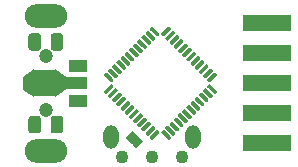
<source format=gbr>
%TF.GenerationSoftware,KiCad,Pcbnew,(5.1.6)-1*%
%TF.CreationDate,2020-09-29T18:05:28+08:00*%
%TF.ProjectId,stlink,73746c69-6e6b-42e6-9b69-6361645f7063,rev?*%
%TF.SameCoordinates,Original*%
%TF.FileFunction,Soldermask,Bot*%
%TF.FilePolarity,Negative*%
%FSLAX46Y46*%
G04 Gerber Fmt 4.6, Leading zero omitted, Abs format (unit mm)*
G04 Created by KiCad (PCBNEW (5.1.6)-1) date 2020-09-29 18:05:28*
%MOMM*%
%LPD*%
G01*
G04 APERTURE LIST*
%ADD10C,1.100000*%
%ADD11O,1.300000X2.000000*%
%ADD12C,0.100000*%
%ADD13R,1.940000X2.300000*%
%ADD14R,1.600000X1.100000*%
%ADD15R,1.900000X1.100000*%
%ADD16R,4.100000X1.370000*%
%ADD17C,1.200000*%
%ADD18O,3.600000X2.000000*%
G04 APERTURE END LIST*
D10*
%TO.C,J4*%
X13540000Y-13100000D03*
X11000000Y-13100000D03*
X8460000Y-13100000D03*
%TD*%
D11*
%TO.C,J1*%
X14500000Y-11437500D03*
X7500000Y-11437500D03*
%TD*%
%TO.C,U1*%
G36*
G01*
X6918191Y-7545235D02*
X7483876Y-6979549D01*
G75*
G02*
X7607620Y-6979549I61872J-61872D01*
G01*
X7731364Y-7103293D01*
G75*
G02*
X7731364Y-7227037I-61872J-61872D01*
G01*
X7165678Y-7792723D01*
G75*
G02*
X7041934Y-7792723I-61872J61872D01*
G01*
X6918190Y-7668979D01*
G75*
G02*
X6918190Y-7545235I61872J61872D01*
G01*
G37*
G36*
G01*
X7271744Y-7898788D02*
X7837429Y-7333102D01*
G75*
G02*
X7961173Y-7333102I61872J-61872D01*
G01*
X8084917Y-7456846D01*
G75*
G02*
X8084917Y-7580590I-61872J-61872D01*
G01*
X7519231Y-8146276D01*
G75*
G02*
X7395487Y-8146276I-61872J61872D01*
G01*
X7271743Y-8022532D01*
G75*
G02*
X7271743Y-7898788I61872J61872D01*
G01*
G37*
G36*
G01*
X7625298Y-8252342D02*
X8190983Y-7686656D01*
G75*
G02*
X8314727Y-7686656I61872J-61872D01*
G01*
X8438471Y-7810400D01*
G75*
G02*
X8438471Y-7934144I-61872J-61872D01*
G01*
X7872785Y-8499830D01*
G75*
G02*
X7749041Y-8499830I-61872J61872D01*
G01*
X7625297Y-8376086D01*
G75*
G02*
X7625297Y-8252342I61872J61872D01*
G01*
G37*
G36*
G01*
X7978851Y-8605895D02*
X8544536Y-8040209D01*
G75*
G02*
X8668280Y-8040209I61872J-61872D01*
G01*
X8792024Y-8163953D01*
G75*
G02*
X8792024Y-8287697I-61872J-61872D01*
G01*
X8226338Y-8853383D01*
G75*
G02*
X8102594Y-8853383I-61872J61872D01*
G01*
X7978850Y-8729639D01*
G75*
G02*
X7978850Y-8605895I61872J61872D01*
G01*
G37*
G36*
G01*
X8332404Y-8959448D02*
X8898089Y-8393762D01*
G75*
G02*
X9021833Y-8393762I61872J-61872D01*
G01*
X9145577Y-8517506D01*
G75*
G02*
X9145577Y-8641250I-61872J-61872D01*
G01*
X8579891Y-9206936D01*
G75*
G02*
X8456147Y-9206936I-61872J61872D01*
G01*
X8332403Y-9083192D01*
G75*
G02*
X8332403Y-8959448I61872J61872D01*
G01*
G37*
G36*
G01*
X8685958Y-9313002D02*
X9251643Y-8747316D01*
G75*
G02*
X9375387Y-8747316I61872J-61872D01*
G01*
X9499131Y-8871060D01*
G75*
G02*
X9499131Y-8994804I-61872J-61872D01*
G01*
X8933445Y-9560490D01*
G75*
G02*
X8809701Y-9560490I-61872J61872D01*
G01*
X8685957Y-9436746D01*
G75*
G02*
X8685957Y-9313002I61872J61872D01*
G01*
G37*
G36*
G01*
X9039511Y-9666555D02*
X9605196Y-9100869D01*
G75*
G02*
X9728940Y-9100869I61872J-61872D01*
G01*
X9852684Y-9224613D01*
G75*
G02*
X9852684Y-9348357I-61872J-61872D01*
G01*
X9286998Y-9914043D01*
G75*
G02*
X9163254Y-9914043I-61872J61872D01*
G01*
X9039510Y-9790299D01*
G75*
G02*
X9039510Y-9666555I61872J61872D01*
G01*
G37*
G36*
G01*
X9393065Y-10020109D02*
X9958750Y-9454423D01*
G75*
G02*
X10082494Y-9454423I61872J-61872D01*
G01*
X10206238Y-9578167D01*
G75*
G02*
X10206238Y-9701911I-61872J-61872D01*
G01*
X9640552Y-10267597D01*
G75*
G02*
X9516808Y-10267597I-61872J61872D01*
G01*
X9393064Y-10143853D01*
G75*
G02*
X9393064Y-10020109I61872J61872D01*
G01*
G37*
G36*
G01*
X9746618Y-10373662D02*
X10312303Y-9807976D01*
G75*
G02*
X10436047Y-9807976I61872J-61872D01*
G01*
X10559791Y-9931720D01*
G75*
G02*
X10559791Y-10055464I-61872J-61872D01*
G01*
X9994105Y-10621150D01*
G75*
G02*
X9870361Y-10621150I-61872J61872D01*
G01*
X9746617Y-10497406D01*
G75*
G02*
X9746617Y-10373662I61872J61872D01*
G01*
G37*
G36*
G01*
X10100171Y-10727215D02*
X10665856Y-10161529D01*
G75*
G02*
X10789600Y-10161529I61872J-61872D01*
G01*
X10913344Y-10285273D01*
G75*
G02*
X10913344Y-10409017I-61872J-61872D01*
G01*
X10347658Y-10974703D01*
G75*
G02*
X10223914Y-10974703I-61872J61872D01*
G01*
X10100170Y-10850959D01*
G75*
G02*
X10100170Y-10727215I61872J61872D01*
G01*
G37*
G36*
G01*
X10453725Y-11080769D02*
X11019410Y-10515083D01*
G75*
G02*
X11143154Y-10515083I61872J-61872D01*
G01*
X11266898Y-10638827D01*
G75*
G02*
X11266898Y-10762571I-61872J-61872D01*
G01*
X10701212Y-11328257D01*
G75*
G02*
X10577468Y-11328257I-61872J61872D01*
G01*
X10453724Y-11204513D01*
G75*
G02*
X10453724Y-11080769I61872J61872D01*
G01*
G37*
G36*
G01*
X10807278Y-11434322D02*
X11372963Y-10868636D01*
G75*
G02*
X11496707Y-10868636I61872J-61872D01*
G01*
X11620451Y-10992380D01*
G75*
G02*
X11620451Y-11116124I-61872J-61872D01*
G01*
X11054765Y-11681810D01*
G75*
G02*
X10931021Y-11681810I-61872J61872D01*
G01*
X10807277Y-11558066D01*
G75*
G02*
X10807277Y-11434322I61872J61872D01*
G01*
G37*
G36*
G01*
X11779550Y-10992380D02*
X11903293Y-10868636D01*
G75*
G02*
X12027037Y-10868636I61872J-61872D01*
G01*
X12592723Y-11434322D01*
G75*
G02*
X12592723Y-11558066I-61872J-61872D01*
G01*
X12468979Y-11681810D01*
G75*
G02*
X12345235Y-11681810I-61872J61872D01*
G01*
X11779549Y-11116124D01*
G75*
G02*
X11779549Y-10992380I61872J61872D01*
G01*
G37*
G36*
G01*
X12133103Y-10638827D02*
X12256846Y-10515083D01*
G75*
G02*
X12380590Y-10515083I61872J-61872D01*
G01*
X12946276Y-11080769D01*
G75*
G02*
X12946276Y-11204513I-61872J-61872D01*
G01*
X12822532Y-11328257D01*
G75*
G02*
X12698788Y-11328257I-61872J61872D01*
G01*
X12133102Y-10762571D01*
G75*
G02*
X12133102Y-10638827I61872J61872D01*
G01*
G37*
G36*
G01*
X12486657Y-10285273D02*
X12610400Y-10161529D01*
G75*
G02*
X12734144Y-10161529I61872J-61872D01*
G01*
X13299830Y-10727215D01*
G75*
G02*
X13299830Y-10850959I-61872J-61872D01*
G01*
X13176086Y-10974703D01*
G75*
G02*
X13052342Y-10974703I-61872J61872D01*
G01*
X12486656Y-10409017D01*
G75*
G02*
X12486656Y-10285273I61872J61872D01*
G01*
G37*
G36*
G01*
X12840210Y-9931720D02*
X12963953Y-9807976D01*
G75*
G02*
X13087697Y-9807976I61872J-61872D01*
G01*
X13653383Y-10373662D01*
G75*
G02*
X13653383Y-10497406I-61872J-61872D01*
G01*
X13529639Y-10621150D01*
G75*
G02*
X13405895Y-10621150I-61872J61872D01*
G01*
X12840209Y-10055464D01*
G75*
G02*
X12840209Y-9931720I61872J61872D01*
G01*
G37*
G36*
G01*
X13193763Y-9578167D02*
X13317506Y-9454423D01*
G75*
G02*
X13441250Y-9454423I61872J-61872D01*
G01*
X14006936Y-10020109D01*
G75*
G02*
X14006936Y-10143853I-61872J-61872D01*
G01*
X13883192Y-10267597D01*
G75*
G02*
X13759448Y-10267597I-61872J61872D01*
G01*
X13193762Y-9701911D01*
G75*
G02*
X13193762Y-9578167I61872J61872D01*
G01*
G37*
G36*
G01*
X13547317Y-9224613D02*
X13671060Y-9100869D01*
G75*
G02*
X13794804Y-9100869I61872J-61872D01*
G01*
X14360490Y-9666555D01*
G75*
G02*
X14360490Y-9790299I-61872J-61872D01*
G01*
X14236746Y-9914043D01*
G75*
G02*
X14113002Y-9914043I-61872J61872D01*
G01*
X13547316Y-9348357D01*
G75*
G02*
X13547316Y-9224613I61872J61872D01*
G01*
G37*
G36*
G01*
X13900870Y-8871060D02*
X14024613Y-8747316D01*
G75*
G02*
X14148357Y-8747316I61872J-61872D01*
G01*
X14714043Y-9313002D01*
G75*
G02*
X14714043Y-9436746I-61872J-61872D01*
G01*
X14590299Y-9560490D01*
G75*
G02*
X14466555Y-9560490I-61872J61872D01*
G01*
X13900869Y-8994804D01*
G75*
G02*
X13900869Y-8871060I61872J61872D01*
G01*
G37*
G36*
G01*
X14254424Y-8517506D02*
X14378167Y-8393762D01*
G75*
G02*
X14501911Y-8393762I61872J-61872D01*
G01*
X15067597Y-8959448D01*
G75*
G02*
X15067597Y-9083192I-61872J-61872D01*
G01*
X14943853Y-9206936D01*
G75*
G02*
X14820109Y-9206936I-61872J61872D01*
G01*
X14254423Y-8641250D01*
G75*
G02*
X14254423Y-8517506I61872J61872D01*
G01*
G37*
G36*
G01*
X14607977Y-8163953D02*
X14731720Y-8040209D01*
G75*
G02*
X14855464Y-8040209I61872J-61872D01*
G01*
X15421150Y-8605895D01*
G75*
G02*
X15421150Y-8729639I-61872J-61872D01*
G01*
X15297406Y-8853383D01*
G75*
G02*
X15173662Y-8853383I-61872J61872D01*
G01*
X14607976Y-8287697D01*
G75*
G02*
X14607976Y-8163953I61872J61872D01*
G01*
G37*
G36*
G01*
X14961530Y-7810400D02*
X15085273Y-7686656D01*
G75*
G02*
X15209017Y-7686656I61872J-61872D01*
G01*
X15774703Y-8252342D01*
G75*
G02*
X15774703Y-8376086I-61872J-61872D01*
G01*
X15650959Y-8499830D01*
G75*
G02*
X15527215Y-8499830I-61872J61872D01*
G01*
X14961529Y-7934144D01*
G75*
G02*
X14961529Y-7810400I61872J61872D01*
G01*
G37*
G36*
G01*
X15315084Y-7456846D02*
X15438827Y-7333102D01*
G75*
G02*
X15562571Y-7333102I61872J-61872D01*
G01*
X16128257Y-7898788D01*
G75*
G02*
X16128257Y-8022532I-61872J-61872D01*
G01*
X16004513Y-8146276D01*
G75*
G02*
X15880769Y-8146276I-61872J61872D01*
G01*
X15315083Y-7580590D01*
G75*
G02*
X15315083Y-7456846I61872J61872D01*
G01*
G37*
G36*
G01*
X15668637Y-7103293D02*
X15792380Y-6979549D01*
G75*
G02*
X15916124Y-6979549I61872J-61872D01*
G01*
X16481810Y-7545235D01*
G75*
G02*
X16481810Y-7668979I-61872J-61872D01*
G01*
X16358066Y-7792723D01*
G75*
G02*
X16234322Y-7792723I-61872J61872D01*
G01*
X15668636Y-7227037D01*
G75*
G02*
X15668636Y-7103293I61872J61872D01*
G01*
G37*
G36*
G01*
X15668637Y-6572963D02*
X16234322Y-6007277D01*
G75*
G02*
X16358066Y-6007277I61872J-61872D01*
G01*
X16481810Y-6131021D01*
G75*
G02*
X16481810Y-6254765I-61872J-61872D01*
G01*
X15916124Y-6820451D01*
G75*
G02*
X15792380Y-6820451I-61872J61872D01*
G01*
X15668636Y-6696707D01*
G75*
G02*
X15668636Y-6572963I61872J61872D01*
G01*
G37*
G36*
G01*
X15315084Y-6219410D02*
X15880769Y-5653724D01*
G75*
G02*
X16004513Y-5653724I61872J-61872D01*
G01*
X16128257Y-5777468D01*
G75*
G02*
X16128257Y-5901212I-61872J-61872D01*
G01*
X15562571Y-6466898D01*
G75*
G02*
X15438827Y-6466898I-61872J61872D01*
G01*
X15315083Y-6343154D01*
G75*
G02*
X15315083Y-6219410I61872J61872D01*
G01*
G37*
G36*
G01*
X14961530Y-5865856D02*
X15527215Y-5300170D01*
G75*
G02*
X15650959Y-5300170I61872J-61872D01*
G01*
X15774703Y-5423914D01*
G75*
G02*
X15774703Y-5547658I-61872J-61872D01*
G01*
X15209017Y-6113344D01*
G75*
G02*
X15085273Y-6113344I-61872J61872D01*
G01*
X14961529Y-5989600D01*
G75*
G02*
X14961529Y-5865856I61872J61872D01*
G01*
G37*
G36*
G01*
X14607977Y-5512303D02*
X15173662Y-4946617D01*
G75*
G02*
X15297406Y-4946617I61872J-61872D01*
G01*
X15421150Y-5070361D01*
G75*
G02*
X15421150Y-5194105I-61872J-61872D01*
G01*
X14855464Y-5759791D01*
G75*
G02*
X14731720Y-5759791I-61872J61872D01*
G01*
X14607976Y-5636047D01*
G75*
G02*
X14607976Y-5512303I61872J61872D01*
G01*
G37*
G36*
G01*
X14254424Y-5158750D02*
X14820109Y-4593064D01*
G75*
G02*
X14943853Y-4593064I61872J-61872D01*
G01*
X15067597Y-4716808D01*
G75*
G02*
X15067597Y-4840552I-61872J-61872D01*
G01*
X14501911Y-5406238D01*
G75*
G02*
X14378167Y-5406238I-61872J61872D01*
G01*
X14254423Y-5282494D01*
G75*
G02*
X14254423Y-5158750I61872J61872D01*
G01*
G37*
G36*
G01*
X13900870Y-4805196D02*
X14466555Y-4239510D01*
G75*
G02*
X14590299Y-4239510I61872J-61872D01*
G01*
X14714043Y-4363254D01*
G75*
G02*
X14714043Y-4486998I-61872J-61872D01*
G01*
X14148357Y-5052684D01*
G75*
G02*
X14024613Y-5052684I-61872J61872D01*
G01*
X13900869Y-4928940D01*
G75*
G02*
X13900869Y-4805196I61872J61872D01*
G01*
G37*
G36*
G01*
X13547317Y-4451643D02*
X14113002Y-3885957D01*
G75*
G02*
X14236746Y-3885957I61872J-61872D01*
G01*
X14360490Y-4009701D01*
G75*
G02*
X14360490Y-4133445I-61872J-61872D01*
G01*
X13794804Y-4699131D01*
G75*
G02*
X13671060Y-4699131I-61872J61872D01*
G01*
X13547316Y-4575387D01*
G75*
G02*
X13547316Y-4451643I61872J61872D01*
G01*
G37*
G36*
G01*
X13193763Y-4098089D02*
X13759448Y-3532403D01*
G75*
G02*
X13883192Y-3532403I61872J-61872D01*
G01*
X14006936Y-3656147D01*
G75*
G02*
X14006936Y-3779891I-61872J-61872D01*
G01*
X13441250Y-4345577D01*
G75*
G02*
X13317506Y-4345577I-61872J61872D01*
G01*
X13193762Y-4221833D01*
G75*
G02*
X13193762Y-4098089I61872J61872D01*
G01*
G37*
G36*
G01*
X12840210Y-3744536D02*
X13405895Y-3178850D01*
G75*
G02*
X13529639Y-3178850I61872J-61872D01*
G01*
X13653383Y-3302594D01*
G75*
G02*
X13653383Y-3426338I-61872J-61872D01*
G01*
X13087697Y-3992024D01*
G75*
G02*
X12963953Y-3992024I-61872J61872D01*
G01*
X12840209Y-3868280D01*
G75*
G02*
X12840209Y-3744536I61872J61872D01*
G01*
G37*
G36*
G01*
X12486657Y-3390983D02*
X13052342Y-2825297D01*
G75*
G02*
X13176086Y-2825297I61872J-61872D01*
G01*
X13299830Y-2949041D01*
G75*
G02*
X13299830Y-3072785I-61872J-61872D01*
G01*
X12734144Y-3638471D01*
G75*
G02*
X12610400Y-3638471I-61872J61872D01*
G01*
X12486656Y-3514727D01*
G75*
G02*
X12486656Y-3390983I61872J61872D01*
G01*
G37*
G36*
G01*
X12133103Y-3037429D02*
X12698788Y-2471743D01*
G75*
G02*
X12822532Y-2471743I61872J-61872D01*
G01*
X12946276Y-2595487D01*
G75*
G02*
X12946276Y-2719231I-61872J-61872D01*
G01*
X12380590Y-3284917D01*
G75*
G02*
X12256846Y-3284917I-61872J61872D01*
G01*
X12133102Y-3161173D01*
G75*
G02*
X12133102Y-3037429I61872J61872D01*
G01*
G37*
G36*
G01*
X11779550Y-2683876D02*
X12345235Y-2118190D01*
G75*
G02*
X12468979Y-2118190I61872J-61872D01*
G01*
X12592723Y-2241934D01*
G75*
G02*
X12592723Y-2365678I-61872J-61872D01*
G01*
X12027037Y-2931364D01*
G75*
G02*
X11903293Y-2931364I-61872J61872D01*
G01*
X11779549Y-2807620D01*
G75*
G02*
X11779549Y-2683876I61872J61872D01*
G01*
G37*
G36*
G01*
X10807278Y-2241934D02*
X10931021Y-2118190D01*
G75*
G02*
X11054765Y-2118190I61872J-61872D01*
G01*
X11620451Y-2683876D01*
G75*
G02*
X11620451Y-2807620I-61872J-61872D01*
G01*
X11496707Y-2931364D01*
G75*
G02*
X11372963Y-2931364I-61872J61872D01*
G01*
X10807277Y-2365678D01*
G75*
G02*
X10807277Y-2241934I61872J61872D01*
G01*
G37*
G36*
G01*
X10453725Y-2595487D02*
X10577468Y-2471743D01*
G75*
G02*
X10701212Y-2471743I61872J-61872D01*
G01*
X11266898Y-3037429D01*
G75*
G02*
X11266898Y-3161173I-61872J-61872D01*
G01*
X11143154Y-3284917D01*
G75*
G02*
X11019410Y-3284917I-61872J61872D01*
G01*
X10453724Y-2719231D01*
G75*
G02*
X10453724Y-2595487I61872J61872D01*
G01*
G37*
G36*
G01*
X10100171Y-2949041D02*
X10223914Y-2825297D01*
G75*
G02*
X10347658Y-2825297I61872J-61872D01*
G01*
X10913344Y-3390983D01*
G75*
G02*
X10913344Y-3514727I-61872J-61872D01*
G01*
X10789600Y-3638471D01*
G75*
G02*
X10665856Y-3638471I-61872J61872D01*
G01*
X10100170Y-3072785D01*
G75*
G02*
X10100170Y-2949041I61872J61872D01*
G01*
G37*
G36*
G01*
X9746618Y-3302594D02*
X9870361Y-3178850D01*
G75*
G02*
X9994105Y-3178850I61872J-61872D01*
G01*
X10559791Y-3744536D01*
G75*
G02*
X10559791Y-3868280I-61872J-61872D01*
G01*
X10436047Y-3992024D01*
G75*
G02*
X10312303Y-3992024I-61872J61872D01*
G01*
X9746617Y-3426338D01*
G75*
G02*
X9746617Y-3302594I61872J61872D01*
G01*
G37*
G36*
G01*
X9393065Y-3656147D02*
X9516808Y-3532403D01*
G75*
G02*
X9640552Y-3532403I61872J-61872D01*
G01*
X10206238Y-4098089D01*
G75*
G02*
X10206238Y-4221833I-61872J-61872D01*
G01*
X10082494Y-4345577D01*
G75*
G02*
X9958750Y-4345577I-61872J61872D01*
G01*
X9393064Y-3779891D01*
G75*
G02*
X9393064Y-3656147I61872J61872D01*
G01*
G37*
G36*
G01*
X9039511Y-4009701D02*
X9163254Y-3885957D01*
G75*
G02*
X9286998Y-3885957I61872J-61872D01*
G01*
X9852684Y-4451643D01*
G75*
G02*
X9852684Y-4575387I-61872J-61872D01*
G01*
X9728940Y-4699131D01*
G75*
G02*
X9605196Y-4699131I-61872J61872D01*
G01*
X9039510Y-4133445D01*
G75*
G02*
X9039510Y-4009701I61872J61872D01*
G01*
G37*
G36*
G01*
X8685958Y-4363254D02*
X8809701Y-4239510D01*
G75*
G02*
X8933445Y-4239510I61872J-61872D01*
G01*
X9499131Y-4805196D01*
G75*
G02*
X9499131Y-4928940I-61872J-61872D01*
G01*
X9375387Y-5052684D01*
G75*
G02*
X9251643Y-5052684I-61872J61872D01*
G01*
X8685957Y-4486998D01*
G75*
G02*
X8685957Y-4363254I61872J61872D01*
G01*
G37*
G36*
G01*
X8332404Y-4716808D02*
X8456147Y-4593064D01*
G75*
G02*
X8579891Y-4593064I61872J-61872D01*
G01*
X9145577Y-5158750D01*
G75*
G02*
X9145577Y-5282494I-61872J-61872D01*
G01*
X9021833Y-5406238D01*
G75*
G02*
X8898089Y-5406238I-61872J61872D01*
G01*
X8332403Y-4840552D01*
G75*
G02*
X8332403Y-4716808I61872J61872D01*
G01*
G37*
G36*
G01*
X7978851Y-5070361D02*
X8102594Y-4946617D01*
G75*
G02*
X8226338Y-4946617I61872J-61872D01*
G01*
X8792024Y-5512303D01*
G75*
G02*
X8792024Y-5636047I-61872J-61872D01*
G01*
X8668280Y-5759791D01*
G75*
G02*
X8544536Y-5759791I-61872J61872D01*
G01*
X7978850Y-5194105D01*
G75*
G02*
X7978850Y-5070361I61872J61872D01*
G01*
G37*
G36*
G01*
X7625298Y-5423914D02*
X7749041Y-5300170D01*
G75*
G02*
X7872785Y-5300170I61872J-61872D01*
G01*
X8438471Y-5865856D01*
G75*
G02*
X8438471Y-5989600I-61872J-61872D01*
G01*
X8314727Y-6113344D01*
G75*
G02*
X8190983Y-6113344I-61872J61872D01*
G01*
X7625297Y-5547658D01*
G75*
G02*
X7625297Y-5423914I61872J61872D01*
G01*
G37*
G36*
G01*
X7271744Y-5777468D02*
X7395487Y-5653724D01*
G75*
G02*
X7519231Y-5653724I61872J-61872D01*
G01*
X8084917Y-6219410D01*
G75*
G02*
X8084917Y-6343154I-61872J-61872D01*
G01*
X7961173Y-6466898D01*
G75*
G02*
X7837429Y-6466898I-61872J61872D01*
G01*
X7271743Y-5901212D01*
G75*
G02*
X7271743Y-5777468I61872J61872D01*
G01*
G37*
G36*
G01*
X6918191Y-6131021D02*
X7041934Y-6007277D01*
G75*
G02*
X7165678Y-6007277I61872J-61872D01*
G01*
X7731364Y-6572963D01*
G75*
G02*
X7731364Y-6696707I-61872J-61872D01*
G01*
X7607620Y-6820451D01*
G75*
G02*
X7483876Y-6820451I-61872J61872D01*
G01*
X6918190Y-6254765D01*
G75*
G02*
X6918190Y-6131021I61872J61872D01*
G01*
G37*
%TD*%
D12*
%TO.C,U2*%
G36*
X3859700Y-7326033D02*
G01*
X2759700Y-8096033D01*
X2759700Y-5703967D01*
X3859700Y-6473967D01*
X3859700Y-7326033D01*
G37*
D13*
X1900000Y-6900000D03*
D14*
X4713500Y-8400000D03*
D15*
X4567000Y-6900000D03*
D14*
X4713500Y-5400000D03*
D12*
G36*
X91500Y-6374092D02*
G01*
X1041500Y-5703504D01*
X1041500Y-8096496D01*
X91500Y-7425908D01*
X91500Y-6374092D01*
G37*
%TD*%
%TO.C,JP1*%
G36*
X8784162Y-11498489D02*
G01*
X8779542Y-11489845D01*
X8776697Y-11480465D01*
X8775736Y-11470711D01*
X8776697Y-11460957D01*
X8779542Y-11451576D01*
X8784162Y-11442933D01*
X8790381Y-11435355D01*
X9285355Y-10940381D01*
X9292933Y-10934162D01*
X9301576Y-10929542D01*
X9310957Y-10926697D01*
X9320711Y-10925736D01*
X9330465Y-10926697D01*
X9339845Y-10929542D01*
X9348489Y-10934162D01*
X9356066Y-10940381D01*
X9851041Y-11435355D01*
X9857259Y-11442933D01*
X9861879Y-11451576D01*
X9864725Y-11460957D01*
X9865685Y-11470711D01*
X9864725Y-11480465D01*
X9861879Y-11489845D01*
X9857259Y-11498489D01*
X9851041Y-11506066D01*
X9843463Y-11512284D01*
X9834820Y-11516905D01*
X9825439Y-11519750D01*
X9815685Y-11520710D01*
X9370710Y-11520710D01*
X9370710Y-11965685D01*
X9369750Y-11975439D01*
X9366905Y-11984820D01*
X9362284Y-11993463D01*
X9356066Y-12001041D01*
X9348489Y-12007259D01*
X9339845Y-12011879D01*
X9330465Y-12014725D01*
X9320711Y-12015685D01*
X9310957Y-12014725D01*
X9301576Y-12011879D01*
X9292933Y-12007259D01*
X9285355Y-12001041D01*
X8790381Y-11506066D01*
X8784162Y-11498489D01*
G37*
G36*
X9367525Y-12081851D02*
G01*
X9362905Y-12073208D01*
X9360059Y-12063827D01*
X9359099Y-12054073D01*
X9359099Y-11559099D01*
X9360059Y-11549345D01*
X9362905Y-11539964D01*
X9367525Y-11531321D01*
X9373743Y-11523743D01*
X9381321Y-11517525D01*
X9389964Y-11512905D01*
X9399345Y-11510059D01*
X9409099Y-11509099D01*
X9904073Y-11509099D01*
X9913827Y-11510059D01*
X9923208Y-11512905D01*
X9931851Y-11517525D01*
X9939429Y-11523743D01*
X10186916Y-11771231D01*
X10193134Y-11778808D01*
X10197755Y-11787452D01*
X10200600Y-11796832D01*
X10201560Y-11806586D01*
X10200600Y-11816340D01*
X10197755Y-11825720D01*
X10193134Y-11834364D01*
X10186916Y-11841941D01*
X9691941Y-12336916D01*
X9684364Y-12343134D01*
X9675720Y-12347755D01*
X9666340Y-12350600D01*
X9656586Y-12351560D01*
X9646832Y-12350600D01*
X9637452Y-12347755D01*
X9628808Y-12343134D01*
X9621231Y-12336916D01*
X9373743Y-12089429D01*
X9367525Y-12081851D01*
G37*
G36*
X9985391Y-11640416D02*
G01*
X9490416Y-12135391D01*
X8995441Y-11640416D01*
X9490416Y-11145441D01*
X9985391Y-11640416D01*
G37*
%TD*%
D16*
%TO.C,J3*%
X20700000Y-1820000D03*
X20700000Y-4360000D03*
X20700000Y-6900000D03*
X20700000Y-9440000D03*
X20700000Y-11980000D03*
%TD*%
D17*
%TO.C,J2*%
X2000000Y-4600000D03*
X2000000Y-9200000D03*
D18*
X2000000Y-1200000D03*
X2000000Y-12600000D03*
%TD*%
%TO.C,C4*%
G36*
G01*
X2400000Y-3881250D02*
X2400000Y-2918750D01*
G75*
G02*
X2668750Y-2650000I268750J0D01*
G01*
X3206250Y-2650000D01*
G75*
G02*
X3475000Y-2918750I0J-268750D01*
G01*
X3475000Y-3881250D01*
G75*
G02*
X3206250Y-4150000I-268750J0D01*
G01*
X2668750Y-4150000D01*
G75*
G02*
X2400000Y-3881250I0J268750D01*
G01*
G37*
G36*
G01*
X525000Y-3881250D02*
X525000Y-2918750D01*
G75*
G02*
X793750Y-2650000I268750J0D01*
G01*
X1331250Y-2650000D01*
G75*
G02*
X1600000Y-2918750I0J-268750D01*
G01*
X1600000Y-3881250D01*
G75*
G02*
X1331250Y-4150000I-268750J0D01*
G01*
X793750Y-4150000D01*
G75*
G02*
X525000Y-3881250I0J268750D01*
G01*
G37*
%TD*%
%TO.C,C3*%
G36*
G01*
X1600000Y-9918750D02*
X1600000Y-10881250D01*
G75*
G02*
X1331250Y-11150000I-268750J0D01*
G01*
X793750Y-11150000D01*
G75*
G02*
X525000Y-10881250I0J268750D01*
G01*
X525000Y-9918750D01*
G75*
G02*
X793750Y-9650000I268750J0D01*
G01*
X1331250Y-9650000D01*
G75*
G02*
X1600000Y-9918750I0J-268750D01*
G01*
G37*
G36*
G01*
X3475000Y-9918750D02*
X3475000Y-10881250D01*
G75*
G02*
X3206250Y-11150000I-268750J0D01*
G01*
X2668750Y-11150000D01*
G75*
G02*
X2400000Y-10881250I0J268750D01*
G01*
X2400000Y-9918750D01*
G75*
G02*
X2668750Y-9650000I268750J0D01*
G01*
X3206250Y-9650000D01*
G75*
G02*
X3475000Y-9918750I0J-268750D01*
G01*
G37*
%TD*%
M02*

</source>
